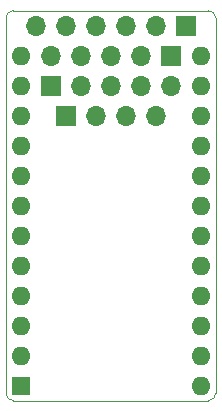
<source format=gbr>
%TF.GenerationSoftware,KiCad,Pcbnew,5.1.5+dfsg1-2~bpo10+1*%
%TF.CreationDate,Date%
%TF.ProjectId,ProMicro_ESP12E,50726f4d-6963-4726-9f5f-455350313245,v1.0*%
%TF.SameCoordinates,Original*%
%TF.FileFunction,Soldermask,Bot*%
%TF.FilePolarity,Negative*%
%FSLAX45Y45*%
G04 Gerber Fmt 4.5, Leading zero omitted, Abs format (unit mm)*
G04 Created by KiCad*
%MOMM*%
%LPD*%
G04 APERTURE LIST*
%ADD10C,0.100000*%
%ADD11O,1.600000X1.600000*%
%ADD12R,1.600000X1.600000*%
%ADD13O,1.700000X1.700000*%
%ADD14R,1.700000X1.700000*%
G04 APERTURE END LIST*
D10*
X-63500Y3175000D02*
G75*
G03X-127000Y3111500I0J-63500D01*
G01*
X1651000Y3111500D02*
G75*
G03X1587500Y3175000I-63500J0D01*
G01*
X1587500Y-127000D02*
G75*
G03X1651000Y-63500I0J63500D01*
G01*
X-127000Y-63500D02*
G75*
G03X-63500Y-127000I63500J0D01*
G01*
X-127000Y3111500D02*
X-127000Y-63500D01*
X1587500Y3175000D02*
X-63500Y3175000D01*
X1651000Y-63500D02*
X1651000Y3111500D01*
X-63500Y-127000D02*
X1587500Y-127000D01*
D11*
X1524000Y0D03*
X1524000Y254000D03*
X1524000Y508000D03*
X0Y2794000D03*
X1524000Y762000D03*
X0Y2540000D03*
X1524000Y1016000D03*
X0Y2286000D03*
X1524000Y1270000D03*
X0Y2032000D03*
X1524000Y1524000D03*
X0Y1778000D03*
X1524000Y1778000D03*
X0Y1524000D03*
X1524000Y2032000D03*
X0Y1270000D03*
X1524000Y2286000D03*
X0Y1016000D03*
X1524000Y2540000D03*
X0Y762000D03*
X1524000Y2794000D03*
X0Y508000D03*
X0Y254000D03*
D12*
X0Y0D03*
D13*
X127000Y3048000D03*
X381000Y3048000D03*
X635000Y3048000D03*
X889000Y3048000D03*
X1143000Y3048000D03*
D14*
X1397000Y3048000D03*
D13*
X1270000Y2540000D03*
D14*
X1270000Y2794000D03*
D13*
X1143000Y2286000D03*
X889000Y2286000D03*
X635000Y2286000D03*
D14*
X381000Y2286000D03*
D13*
X1016000Y2794000D03*
X1016000Y2540000D03*
X762000Y2794000D03*
X762000Y2540000D03*
X508000Y2794000D03*
X508000Y2540000D03*
X254000Y2794000D03*
D14*
X254000Y2540000D03*
M02*

</source>
